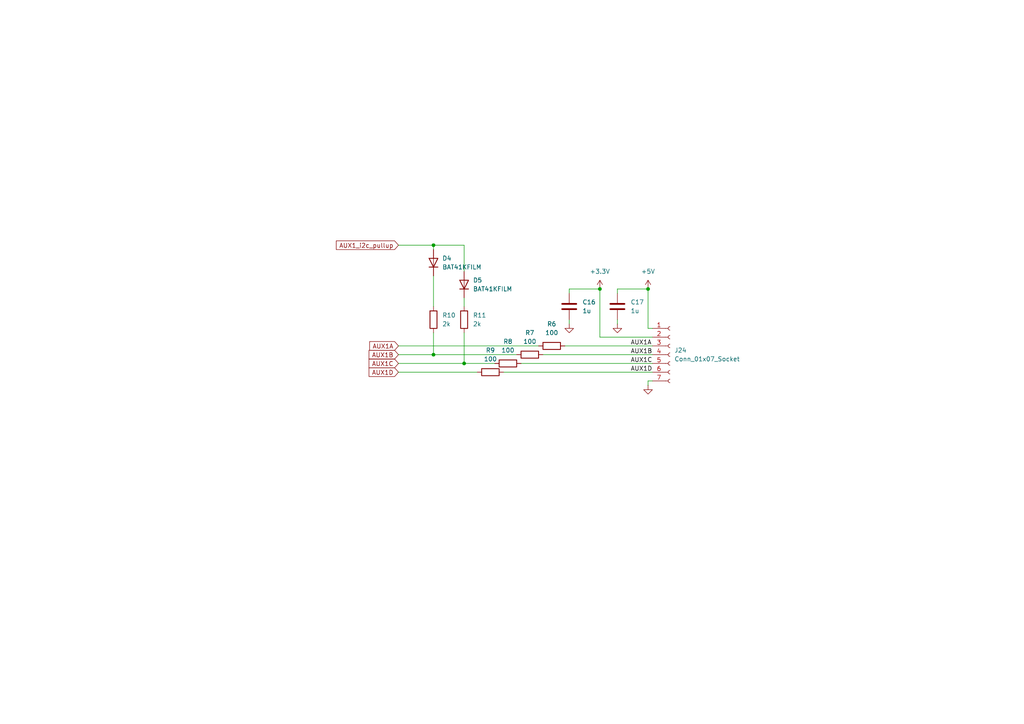
<source format=kicad_sch>
(kicad_sch
	(version 20231120)
	(generator "eeschema")
	(generator_version "8.0")
	(uuid "cd74a75e-81fb-4132-9746-a35cb374aabd")
	(paper "A4")
	(lib_symbols
		(symbol "Connector:Conn_01x07_Socket"
			(pin_names
				(offset 1.016) hide)
			(exclude_from_sim no)
			(in_bom yes)
			(on_board yes)
			(property "Reference" "J"
				(at 0 10.16 0)
				(effects
					(font
						(size 1.27 1.27)
					)
				)
			)
			(property "Value" "Conn_01x07_Socket"
				(at 0 -10.16 0)
				(effects
					(font
						(size 1.27 1.27)
					)
				)
			)
			(property "Footprint" ""
				(at 0 0 0)
				(effects
					(font
						(size 1.27 1.27)
					)
					(hide yes)
				)
			)
			(property "Datasheet" "~"
				(at 0 0 0)
				(effects
					(font
						(size 1.27 1.27)
					)
					(hide yes)
				)
			)
			(property "Description" "Generic connector, single row, 01x07, script generated"
				(at 0 0 0)
				(effects
					(font
						(size 1.27 1.27)
					)
					(hide yes)
				)
			)
			(property "ki_locked" ""
				(at 0 0 0)
				(effects
					(font
						(size 1.27 1.27)
					)
				)
			)
			(property "ki_keywords" "connector"
				(at 0 0 0)
				(effects
					(font
						(size 1.27 1.27)
					)
					(hide yes)
				)
			)
			(property "ki_fp_filters" "Connector*:*_1x??_*"
				(at 0 0 0)
				(effects
					(font
						(size 1.27 1.27)
					)
					(hide yes)
				)
			)
			(symbol "Conn_01x07_Socket_1_1"
				(arc
					(start 0 -7.112)
					(mid -0.5058 -7.62)
					(end 0 -8.128)
					(stroke
						(width 0.1524)
						(type default)
					)
					(fill
						(type none)
					)
				)
				(arc
					(start 0 -4.572)
					(mid -0.5058 -5.08)
					(end 0 -5.588)
					(stroke
						(width 0.1524)
						(type default)
					)
					(fill
						(type none)
					)
				)
				(arc
					(start 0 -2.032)
					(mid -0.5058 -2.54)
					(end 0 -3.048)
					(stroke
						(width 0.1524)
						(type default)
					)
					(fill
						(type none)
					)
				)
				(polyline
					(pts
						(xy -1.27 -7.62) (xy -0.508 -7.62)
					)
					(stroke
						(width 0.1524)
						(type default)
					)
					(fill
						(type none)
					)
				)
				(polyline
					(pts
						(xy -1.27 -5.08) (xy -0.508 -5.08)
					)
					(stroke
						(width 0.1524)
						(type default)
					)
					(fill
						(type none)
					)
				)
				(polyline
					(pts
						(xy -1.27 -2.54) (xy -0.508 -2.54)
					)
					(stroke
						(width 0.1524)
						(type default)
					)
					(fill
						(type none)
					)
				)
				(polyline
					(pts
						(xy -1.27 0) (xy -0.508 0)
					)
					(stroke
						(width 0.1524)
						(type default)
					)
					(fill
						(type none)
					)
				)
				(polyline
					(pts
						(xy -1.27 2.54) (xy -0.508 2.54)
					)
					(stroke
						(width 0.1524)
						(type default)
					)
					(fill
						(type none)
					)
				)
				(polyline
					(pts
						(xy -1.27 5.08) (xy -0.508 5.08)
					)
					(stroke
						(width 0.1524)
						(type default)
					)
					(fill
						(type none)
					)
				)
				(polyline
					(pts
						(xy -1.27 7.62) (xy -0.508 7.62)
					)
					(stroke
						(width 0.1524)
						(type default)
					)
					(fill
						(type none)
					)
				)
				(arc
					(start 0 0.508)
					(mid -0.5058 0)
					(end 0 -0.508)
					(stroke
						(width 0.1524)
						(type default)
					)
					(fill
						(type none)
					)
				)
				(arc
					(start 0 3.048)
					(mid -0.5058 2.54)
					(end 0 2.032)
					(stroke
						(width 0.1524)
						(type default)
					)
					(fill
						(type none)
					)
				)
				(arc
					(start 0 5.588)
					(mid -0.5058 5.08)
					(end 0 4.572)
					(stroke
						(width 0.1524)
						(type default)
					)
					(fill
						(type none)
					)
				)
				(arc
					(start 0 8.128)
					(mid -0.5058 7.62)
					(end 0 7.112)
					(stroke
						(width 0.1524)
						(type default)
					)
					(fill
						(type none)
					)
				)
				(pin passive line
					(at -5.08 7.62 0)
					(length 3.81)
					(name "Pin_1"
						(effects
							(font
								(size 1.27 1.27)
							)
						)
					)
					(number "1"
						(effects
							(font
								(size 1.27 1.27)
							)
						)
					)
				)
				(pin passive line
					(at -5.08 5.08 0)
					(length 3.81)
					(name "Pin_2"
						(effects
							(font
								(size 1.27 1.27)
							)
						)
					)
					(number "2"
						(effects
							(font
								(size 1.27 1.27)
							)
						)
					)
				)
				(pin passive line
					(at -5.08 2.54 0)
					(length 3.81)
					(name "Pin_3"
						(effects
							(font
								(size 1.27 1.27)
							)
						)
					)
					(number "3"
						(effects
							(font
								(size 1.27 1.27)
							)
						)
					)
				)
				(pin passive line
					(at -5.08 0 0)
					(length 3.81)
					(name "Pin_4"
						(effects
							(font
								(size 1.27 1.27)
							)
						)
					)
					(number "4"
						(effects
							(font
								(size 1.27 1.27)
							)
						)
					)
				)
				(pin passive line
					(at -5.08 -2.54 0)
					(length 3.81)
					(name "Pin_5"
						(effects
							(font
								(size 1.27 1.27)
							)
						)
					)
					(number "5"
						(effects
							(font
								(size 1.27 1.27)
							)
						)
					)
				)
				(pin passive line
					(at -5.08 -5.08 0)
					(length 3.81)
					(name "Pin_6"
						(effects
							(font
								(size 1.27 1.27)
							)
						)
					)
					(number "6"
						(effects
							(font
								(size 1.27 1.27)
							)
						)
					)
				)
				(pin passive line
					(at -5.08 -7.62 0)
					(length 3.81)
					(name "Pin_7"
						(effects
							(font
								(size 1.27 1.27)
							)
						)
					)
					(number "7"
						(effects
							(font
								(size 1.27 1.27)
							)
						)
					)
				)
			)
		)
		(symbol "Device:C"
			(pin_numbers hide)
			(pin_names
				(offset 0.254)
			)
			(exclude_from_sim no)
			(in_bom yes)
			(on_board yes)
			(property "Reference" "C"
				(at 0.635 2.54 0)
				(effects
					(font
						(size 1.27 1.27)
					)
					(justify left)
				)
			)
			(property "Value" "C"
				(at 0.635 -2.54 0)
				(effects
					(font
						(size 1.27 1.27)
					)
					(justify left)
				)
			)
			(property "Footprint" ""
				(at 0.9652 -3.81 0)
				(effects
					(font
						(size 1.27 1.27)
					)
					(hide yes)
				)
			)
			(property "Datasheet" "~"
				(at 0 0 0)
				(effects
					(font
						(size 1.27 1.27)
					)
					(hide yes)
				)
			)
			(property "Description" "Unpolarized capacitor"
				(at 0 0 0)
				(effects
					(font
						(size 1.27 1.27)
					)
					(hide yes)
				)
			)
			(property "ki_keywords" "cap capacitor"
				(at 0 0 0)
				(effects
					(font
						(size 1.27 1.27)
					)
					(hide yes)
				)
			)
			(property "ki_fp_filters" "C_*"
				(at 0 0 0)
				(effects
					(font
						(size 1.27 1.27)
					)
					(hide yes)
				)
			)
			(symbol "C_0_1"
				(polyline
					(pts
						(xy -2.032 -0.762) (xy 2.032 -0.762)
					)
					(stroke
						(width 0.508)
						(type default)
					)
					(fill
						(type none)
					)
				)
				(polyline
					(pts
						(xy -2.032 0.762) (xy 2.032 0.762)
					)
					(stroke
						(width 0.508)
						(type default)
					)
					(fill
						(type none)
					)
				)
			)
			(symbol "C_1_1"
				(pin passive line
					(at 0 3.81 270)
					(length 2.794)
					(name "~"
						(effects
							(font
								(size 1.27 1.27)
							)
						)
					)
					(number "1"
						(effects
							(font
								(size 1.27 1.27)
							)
						)
					)
				)
				(pin passive line
					(at 0 -3.81 90)
					(length 2.794)
					(name "~"
						(effects
							(font
								(size 1.27 1.27)
							)
						)
					)
					(number "2"
						(effects
							(font
								(size 1.27 1.27)
							)
						)
					)
				)
			)
		)
		(symbol "Device:D"
			(pin_numbers hide)
			(pin_names
				(offset 1.016) hide)
			(exclude_from_sim no)
			(in_bom yes)
			(on_board yes)
			(property "Reference" "D"
				(at 0 2.54 0)
				(effects
					(font
						(size 1.27 1.27)
					)
				)
			)
			(property "Value" "D"
				(at 0 -2.54 0)
				(effects
					(font
						(size 1.27 1.27)
					)
				)
			)
			(property "Footprint" ""
				(at 0 0 0)
				(effects
					(font
						(size 1.27 1.27)
					)
					(hide yes)
				)
			)
			(property "Datasheet" "~"
				(at 0 0 0)
				(effects
					(font
						(size 1.27 1.27)
					)
					(hide yes)
				)
			)
			(property "Description" "Diode"
				(at 0 0 0)
				(effects
					(font
						(size 1.27 1.27)
					)
					(hide yes)
				)
			)
			(property "Sim.Device" "D"
				(at 0 0 0)
				(effects
					(font
						(size 1.27 1.27)
					)
					(hide yes)
				)
			)
			(property "Sim.Pins" "1=K 2=A"
				(at 0 0 0)
				(effects
					(font
						(size 1.27 1.27)
					)
					(hide yes)
				)
			)
			(property "ki_keywords" "diode"
				(at 0 0 0)
				(effects
					(font
						(size 1.27 1.27)
					)
					(hide yes)
				)
			)
			(property "ki_fp_filters" "TO-???* *_Diode_* *SingleDiode* D_*"
				(at 0 0 0)
				(effects
					(font
						(size 1.27 1.27)
					)
					(hide yes)
				)
			)
			(symbol "D_0_1"
				(polyline
					(pts
						(xy -1.27 1.27) (xy -1.27 -1.27)
					)
					(stroke
						(width 0.254)
						(type default)
					)
					(fill
						(type none)
					)
				)
				(polyline
					(pts
						(xy 1.27 0) (xy -1.27 0)
					)
					(stroke
						(width 0)
						(type default)
					)
					(fill
						(type none)
					)
				)
				(polyline
					(pts
						(xy 1.27 1.27) (xy 1.27 -1.27) (xy -1.27 0) (xy 1.27 1.27)
					)
					(stroke
						(width 0.254)
						(type default)
					)
					(fill
						(type none)
					)
				)
			)
			(symbol "D_1_1"
				(pin passive line
					(at -3.81 0 0)
					(length 2.54)
					(name "K"
						(effects
							(font
								(size 1.27 1.27)
							)
						)
					)
					(number "1"
						(effects
							(font
								(size 1.27 1.27)
							)
						)
					)
				)
				(pin passive line
					(at 3.81 0 180)
					(length 2.54)
					(name "A"
						(effects
							(font
								(size 1.27 1.27)
							)
						)
					)
					(number "2"
						(effects
							(font
								(size 1.27 1.27)
							)
						)
					)
				)
			)
		)
		(symbol "Device:R"
			(pin_numbers hide)
			(pin_names
				(offset 0)
			)
			(exclude_from_sim no)
			(in_bom yes)
			(on_board yes)
			(property "Reference" "R"
				(at 2.032 0 90)
				(effects
					(font
						(size 1.27 1.27)
					)
				)
			)
			(property "Value" "R"
				(at 0 0 90)
				(effects
					(font
						(size 1.27 1.27)
					)
				)
			)
			(property "Footprint" ""
				(at -1.778 0 90)
				(effects
					(font
						(size 1.27 1.27)
					)
					(hide yes)
				)
			)
			(property "Datasheet" "~"
				(at 0 0 0)
				(effects
					(font
						(size 1.27 1.27)
					)
					(hide yes)
				)
			)
			(property "Description" "Resistor"
				(at 0 0 0)
				(effects
					(font
						(size 1.27 1.27)
					)
					(hide yes)
				)
			)
			(property "ki_keywords" "R res resistor"
				(at 0 0 0)
				(effects
					(font
						(size 1.27 1.27)
					)
					(hide yes)
				)
			)
			(property "ki_fp_filters" "R_*"
				(at 0 0 0)
				(effects
					(font
						(size 1.27 1.27)
					)
					(hide yes)
				)
			)
			(symbol "R_0_1"
				(rectangle
					(start -1.016 -2.54)
					(end 1.016 2.54)
					(stroke
						(width 0.254)
						(type default)
					)
					(fill
						(type none)
					)
				)
			)
			(symbol "R_1_1"
				(pin passive line
					(at 0 3.81 270)
					(length 1.27)
					(name "~"
						(effects
							(font
								(size 1.27 1.27)
							)
						)
					)
					(number "1"
						(effects
							(font
								(size 1.27 1.27)
							)
						)
					)
				)
				(pin passive line
					(at 0 -3.81 90)
					(length 1.27)
					(name "~"
						(effects
							(font
								(size 1.27 1.27)
							)
						)
					)
					(number "2"
						(effects
							(font
								(size 1.27 1.27)
							)
						)
					)
				)
			)
		)
		(symbol "power:+3.3V"
			(power)
			(pin_numbers hide)
			(pin_names
				(offset 0) hide)
			(exclude_from_sim no)
			(in_bom yes)
			(on_board yes)
			(property "Reference" "#PWR"
				(at 0 -3.81 0)
				(effects
					(font
						(size 1.27 1.27)
					)
					(hide yes)
				)
			)
			(property "Value" "+3.3V"
				(at 0 3.556 0)
				(effects
					(font
						(size 1.27 1.27)
					)
				)
			)
			(property "Footprint" ""
				(at 0 0 0)
				(effects
					(font
						(size 1.27 1.27)
					)
					(hide yes)
				)
			)
			(property "Datasheet" ""
				(at 0 0 0)
				(effects
					(font
						(size 1.27 1.27)
					)
					(hide yes)
				)
			)
			(property "Description" "Power symbol creates a global label with name \"+3.3V\""
				(at 0 0 0)
				(effects
					(font
						(size 1.27 1.27)
					)
					(hide yes)
				)
			)
			(property "ki_keywords" "global power"
				(at 0 0 0)
				(effects
					(font
						(size 1.27 1.27)
					)
					(hide yes)
				)
			)
			(symbol "+3.3V_0_1"
				(polyline
					(pts
						(xy -0.762 1.27) (xy 0 2.54)
					)
					(stroke
						(width 0)
						(type default)
					)
					(fill
						(type none)
					)
				)
				(polyline
					(pts
						(xy 0 0) (xy 0 2.54)
					)
					(stroke
						(width 0)
						(type default)
					)
					(fill
						(type none)
					)
				)
				(polyline
					(pts
						(xy 0 2.54) (xy 0.762 1.27)
					)
					(stroke
						(width 0)
						(type default)
					)
					(fill
						(type none)
					)
				)
			)
			(symbol "+3.3V_1_1"
				(pin power_in line
					(at 0 0 90)
					(length 0)
					(name "~"
						(effects
							(font
								(size 1.27 1.27)
							)
						)
					)
					(number "1"
						(effects
							(font
								(size 1.27 1.27)
							)
						)
					)
				)
			)
		)
		(symbol "power:+5V"
			(power)
			(pin_numbers hide)
			(pin_names
				(offset 0) hide)
			(exclude_from_sim no)
			(in_bom yes)
			(on_board yes)
			(property "Reference" "#PWR"
				(at 0 -3.81 0)
				(effects
					(font
						(size 1.27 1.27)
					)
					(hide yes)
				)
			)
			(property "Value" "+5V"
				(at 0 3.556 0)
				(effects
					(font
						(size 1.27 1.27)
					)
				)
			)
			(property "Footprint" ""
				(at 0 0 0)
				(effects
					(font
						(size 1.27 1.27)
					)
					(hide yes)
				)
			)
			(property "Datasheet" ""
				(at 0 0 0)
				(effects
					(font
						(size 1.27 1.27)
					)
					(hide yes)
				)
			)
			(property "Description" "Power symbol creates a global label with name \"+5V\""
				(at 0 0 0)
				(effects
					(font
						(size 1.27 1.27)
					)
					(hide yes)
				)
			)
			(property "ki_keywords" "global power"
				(at 0 0 0)
				(effects
					(font
						(size 1.27 1.27)
					)
					(hide yes)
				)
			)
			(symbol "+5V_0_1"
				(polyline
					(pts
						(xy -0.762 1.27) (xy 0 2.54)
					)
					(stroke
						(width 0)
						(type default)
					)
					(fill
						(type none)
					)
				)
				(polyline
					(pts
						(xy 0 0) (xy 0 2.54)
					)
					(stroke
						(width 0)
						(type default)
					)
					(fill
						(type none)
					)
				)
				(polyline
					(pts
						(xy 0 2.54) (xy 0.762 1.27)
					)
					(stroke
						(width 0)
						(type default)
					)
					(fill
						(type none)
					)
				)
			)
			(symbol "+5V_1_1"
				(pin power_in line
					(at 0 0 90)
					(length 0)
					(name "~"
						(effects
							(font
								(size 1.27 1.27)
							)
						)
					)
					(number "1"
						(effects
							(font
								(size 1.27 1.27)
							)
						)
					)
				)
			)
		)
		(symbol "power:GND"
			(power)
			(pin_numbers hide)
			(pin_names
				(offset 0) hide)
			(exclude_from_sim no)
			(in_bom yes)
			(on_board yes)
			(property "Reference" "#PWR"
				(at 0 -6.35 0)
				(effects
					(font
						(size 1.27 1.27)
					)
					(hide yes)
				)
			)
			(property "Value" "GND"
				(at 0 -3.81 0)
				(effects
					(font
						(size 1.27 1.27)
					)
				)
			)
			(property "Footprint" ""
				(at 0 0 0)
				(effects
					(font
						(size 1.27 1.27)
					)
					(hide yes)
				)
			)
			(property "Datasheet" ""
				(at 0 0 0)
				(effects
					(font
						(size 1.27 1.27)
					)
					(hide yes)
				)
			)
			(property "Description" "Power symbol creates a global label with name \"GND\" , ground"
				(at 0 0 0)
				(effects
					(font
						(size 1.27 1.27)
					)
					(hide yes)
				)
			)
			(property "ki_keywords" "global power"
				(at 0 0 0)
				(effects
					(font
						(size 1.27 1.27)
					)
					(hide yes)
				)
			)
			(symbol "GND_0_1"
				(polyline
					(pts
						(xy 0 0) (xy 0 -1.27) (xy 1.27 -1.27) (xy 0 -2.54) (xy -1.27 -1.27) (xy 0 -1.27)
					)
					(stroke
						(width 0)
						(type default)
					)
					(fill
						(type none)
					)
				)
			)
			(symbol "GND_1_1"
				(pin power_in line
					(at 0 0 270)
					(length 0)
					(name "~"
						(effects
							(font
								(size 1.27 1.27)
							)
						)
					)
					(number "1"
						(effects
							(font
								(size 1.27 1.27)
							)
						)
					)
				)
			)
		)
	)
	(junction
		(at 125.73 102.87)
		(diameter 0)
		(color 0 0 0 0)
		(uuid "4ebd10a6-c935-42c5-98b5-4ddcb0309e81")
	)
	(junction
		(at 187.96 83.82)
		(diameter 0)
		(color 0 0 0 0)
		(uuid "8ca70541-8104-45f0-850b-84a491479cc2")
	)
	(junction
		(at 125.73 71.12)
		(diameter 0)
		(color 0 0 0 0)
		(uuid "b2c8d10a-7e33-4513-b40c-19ce773552f0")
	)
	(junction
		(at 134.62 105.41)
		(diameter 0)
		(color 0 0 0 0)
		(uuid "c911e6ad-d4a6-42c8-9ff0-4066429c1ac5")
	)
	(junction
		(at 173.99 83.82)
		(diameter 0)
		(color 0 0 0 0)
		(uuid "f22fe165-5e8e-4afc-a9a7-6fa195a91c76")
	)
	(wire
		(pts
			(xy 163.83 100.33) (xy 189.23 100.33)
		)
		(stroke
			(width 0)
			(type default)
		)
		(uuid "0f0f1ce9-5e89-4c48-96a3-f6e911056185")
	)
	(wire
		(pts
			(xy 115.57 107.95) (xy 138.43 107.95)
		)
		(stroke
			(width 0)
			(type default)
		)
		(uuid "1341f477-4f37-42d3-8ad7-b87684e279af")
	)
	(wire
		(pts
			(xy 125.73 96.52) (xy 125.73 102.87)
		)
		(stroke
			(width 0)
			(type default)
		)
		(uuid "27d74883-06c4-42bd-82ff-7a5c65fe8d1c")
	)
	(wire
		(pts
			(xy 165.1 85.09) (xy 165.1 83.82)
		)
		(stroke
			(width 0)
			(type default)
		)
		(uuid "29422313-ee6b-41d3-9a41-1c79f14b78c2")
	)
	(wire
		(pts
			(xy 189.23 95.25) (xy 187.96 95.25)
		)
		(stroke
			(width 0)
			(type default)
		)
		(uuid "31751141-a8b6-436a-bff0-97a944510818")
	)
	(wire
		(pts
			(xy 157.48 102.87) (xy 189.23 102.87)
		)
		(stroke
			(width 0)
			(type default)
		)
		(uuid "367b17b0-7c6e-46f3-bb0d-a18f33c26413")
	)
	(wire
		(pts
			(xy 115.57 102.87) (xy 125.73 102.87)
		)
		(stroke
			(width 0)
			(type default)
		)
		(uuid "3683fa80-5000-4b64-b2a2-215373572348")
	)
	(wire
		(pts
			(xy 187.96 95.25) (xy 187.96 83.82)
		)
		(stroke
			(width 0)
			(type default)
		)
		(uuid "3f64d887-2e8a-4ef7-8159-40ee1b63c3de")
	)
	(wire
		(pts
			(xy 125.73 80.01) (xy 125.73 88.9)
		)
		(stroke
			(width 0)
			(type default)
		)
		(uuid "4ce2e29f-705d-4e3f-b095-d74c6285131a")
	)
	(wire
		(pts
			(xy 189.23 97.79) (xy 173.99 97.79)
		)
		(stroke
			(width 0)
			(type default)
		)
		(uuid "5499e382-2df7-410e-b1f1-f1feaa0e53c7")
	)
	(wire
		(pts
			(xy 115.57 71.12) (xy 125.73 71.12)
		)
		(stroke
			(width 0)
			(type default)
		)
		(uuid "5ab75f0b-e784-4674-a138-b382a3a0ee9f")
	)
	(wire
		(pts
			(xy 173.99 97.79) (xy 173.99 83.82)
		)
		(stroke
			(width 0)
			(type default)
		)
		(uuid "5c535e80-f6a6-46e8-8df7-58f47d4e97d1")
	)
	(wire
		(pts
			(xy 134.62 96.52) (xy 134.62 105.41)
		)
		(stroke
			(width 0)
			(type default)
		)
		(uuid "61f4a631-221e-46f1-b8e8-8558bc581eb9")
	)
	(wire
		(pts
			(xy 134.62 78.74) (xy 134.62 71.12)
		)
		(stroke
			(width 0)
			(type default)
		)
		(uuid "76c07e07-dca6-4cb6-9a9b-ab7357894462")
	)
	(wire
		(pts
			(xy 165.1 83.82) (xy 173.99 83.82)
		)
		(stroke
			(width 0)
			(type default)
		)
		(uuid "8fd2f606-fc72-4f3c-9dde-0a10e4b7d3cd")
	)
	(wire
		(pts
			(xy 115.57 105.41) (xy 134.62 105.41)
		)
		(stroke
			(width 0)
			(type default)
		)
		(uuid "906f3545-3588-4a45-b67d-d3f5935ae6fa")
	)
	(wire
		(pts
			(xy 179.07 92.71) (xy 179.07 93.98)
		)
		(stroke
			(width 0)
			(type default)
		)
		(uuid "9117c1e0-fb1f-4828-b46e-2a66809e5ab7")
	)
	(wire
		(pts
			(xy 179.07 85.09) (xy 179.07 83.82)
		)
		(stroke
			(width 0)
			(type default)
		)
		(uuid "963ad5d2-d93e-4978-a317-7e6792ed2d79")
	)
	(wire
		(pts
			(xy 187.96 110.49) (xy 189.23 110.49)
		)
		(stroke
			(width 0)
			(type default)
		)
		(uuid "9935ecce-9478-4f22-aa33-c7174878efc5")
	)
	(wire
		(pts
			(xy 115.57 100.33) (xy 156.21 100.33)
		)
		(stroke
			(width 0)
			(type default)
		)
		(uuid "a6318517-64c6-493e-8e52-dbeed3f53521")
	)
	(wire
		(pts
			(xy 187.96 111.76) (xy 187.96 110.49)
		)
		(stroke
			(width 0)
			(type default)
		)
		(uuid "ae11a214-faff-4754-8845-6a51d9f1e1a5")
	)
	(wire
		(pts
			(xy 179.07 83.82) (xy 187.96 83.82)
		)
		(stroke
			(width 0)
			(type default)
		)
		(uuid "b1e72d12-b76d-46d9-8940-088ba67f83a6")
	)
	(wire
		(pts
			(xy 134.62 71.12) (xy 125.73 71.12)
		)
		(stroke
			(width 0)
			(type default)
		)
		(uuid "b90fdf41-7901-418e-af3f-1577e85aaeaf")
	)
	(wire
		(pts
			(xy 134.62 86.36) (xy 134.62 88.9)
		)
		(stroke
			(width 0)
			(type default)
		)
		(uuid "ba78ad7c-6578-4950-8acb-da0a9b0dd346")
	)
	(wire
		(pts
			(xy 151.13 105.41) (xy 189.23 105.41)
		)
		(stroke
			(width 0)
			(type default)
		)
		(uuid "ca309cb1-2062-4a44-bdea-4c993c4ccd46")
	)
	(wire
		(pts
			(xy 125.73 102.87) (xy 149.86 102.87)
		)
		(stroke
			(width 0)
			(type default)
		)
		(uuid "dc3ec581-4bbc-4dea-a6ff-acbb116e8d21")
	)
	(wire
		(pts
			(xy 125.73 71.12) (xy 125.73 72.39)
		)
		(stroke
			(width 0)
			(type default)
		)
		(uuid "e0e9f907-a33d-4dd4-b3a9-15a73a09d84f")
	)
	(wire
		(pts
			(xy 165.1 92.71) (xy 165.1 93.98)
		)
		(stroke
			(width 0)
			(type default)
		)
		(uuid "e730b9c4-a3a8-41d5-a3b4-c43cb1cd3152")
	)
	(wire
		(pts
			(xy 134.62 105.41) (xy 143.51 105.41)
		)
		(stroke
			(width 0)
			(type default)
		)
		(uuid "e7cbfc40-d5a4-4d83-b18b-5d709e0d5b96")
	)
	(wire
		(pts
			(xy 146.05 107.95) (xy 189.23 107.95)
		)
		(stroke
			(width 0)
			(type default)
		)
		(uuid "f80e6ef1-a662-43b4-82ad-8ae08e16c7c4")
	)
	(label "AUX1B"
		(at 182.88 102.87 0)
		(fields_autoplaced yes)
		(effects
			(font
				(size 1.27 1.27)
			)
			(justify left bottom)
		)
		(uuid "00823e68-7a30-4bbe-9cd3-602ba7bb02e1")
	)
	(label "AUX1A"
		(at 182.88 100.33 0)
		(fields_autoplaced yes)
		(effects
			(font
				(size 1.27 1.27)
			)
			(justify left bottom)
		)
		(uuid "2f4bfe59-e9e9-461b-a3b0-c6e633d66e43")
	)
	(label "AUX1D"
		(at 182.88 107.95 0)
		(fields_autoplaced yes)
		(effects
			(font
				(size 1.27 1.27)
			)
			(justify left bottom)
		)
		(uuid "9c51f955-d754-4dc3-b7c0-f27e30a670bc")
	)
	(label "AUX1C"
		(at 182.88 105.41 0)
		(fields_autoplaced yes)
		(effects
			(font
				(size 1.27 1.27)
			)
			(justify left bottom)
		)
		(uuid "c030ea31-a68c-4c48-b3e1-c91982d34817")
	)
	(global_label "AUX1C"
		(shape input)
		(at 115.57 105.41 180)
		(fields_autoplaced yes)
		(effects
			(font
				(size 1.27 1.27)
			)
			(justify right)
		)
		(uuid "30e7bac2-1541-40f3-9fd3-53b5f427dfb6")
		(property "Intersheetrefs" "${INTERSHEET_REFS}"
			(at 106.4767 105.41 0)
			(effects
				(font
					(size 1.27 1.27)
				)
				(justify right)
				(hide yes)
			)
		)
	)
	(global_label "AUX1B"
		(shape input)
		(at 115.57 102.87 180)
		(fields_autoplaced yes)
		(effects
			(font
				(size 1.27 1.27)
			)
			(justify right)
		)
		(uuid "89091377-698e-4f1a-8f96-7e93be1644a6")
		(property "Intersheetrefs" "${INTERSHEET_REFS}"
			(at 106.4767 102.87 0)
			(effects
				(font
					(size 1.27 1.27)
				)
				(justify right)
				(hide yes)
			)
		)
	)
	(global_label "AUX1A"
		(shape input)
		(at 115.57 100.33 180)
		(fields_autoplaced yes)
		(effects
			(font
				(size 1.27 1.27)
			)
			(justify right)
		)
		(uuid "a3ba0154-083a-4ea4-b8e4-012f10bf9a4c")
		(property "Intersheetrefs" "${INTERSHEET_REFS}"
			(at 106.6581 100.33 0)
			(effects
				(font
					(size 1.27 1.27)
				)
				(justify right)
				(hide yes)
			)
		)
	)
	(global_label "AUX1D"
		(shape input)
		(at 115.57 107.95 180)
		(fields_autoplaced yes)
		(effects
			(font
				(size 1.27 1.27)
			)
			(justify right)
		)
		(uuid "bafbd9ea-fc17-4b2e-bb41-30383164f145")
		(property "Intersheetrefs" "${INTERSHEET_REFS}"
			(at 106.4767 107.95 0)
			(effects
				(font
					(size 1.27 1.27)
				)
				(justify right)
				(hide yes)
			)
		)
	)
	(global_label "AUX1_i2c_pullup"
		(shape input)
		(at 115.57 71.12 180)
		(fields_autoplaced yes)
		(effects
			(font
				(size 1.27 1.27)
			)
			(justify right)
		)
		(uuid "f003bb6d-f49a-437b-ba65-71cc5d0456bf")
		(property "Intersheetrefs" "${INTERSHEET_REFS}"
			(at 96.9822 71.12 0)
			(effects
				(font
					(size 1.27 1.27)
				)
				(justify right)
				(hide yes)
			)
		)
	)
	(symbol
		(lib_id "Device:R")
		(at 160.02 100.33 90)
		(unit 1)
		(exclude_from_sim no)
		(in_bom yes)
		(on_board yes)
		(dnp no)
		(fields_autoplaced yes)
		(uuid "1b487f66-54b3-4333-b6d5-376e75a40726")
		(property "Reference" "R6"
			(at 160.02 93.98 90)
			(effects
				(font
					(size 1.27 1.27)
				)
			)
		)
		(property "Value" "100"
			(at 160.02 96.52 90)
			(effects
				(font
					(size 1.27 1.27)
				)
			)
		)
		(property "Footprint" "Resistor_SMD:R_0402_1005Metric"
			(at 160.02 102.108 90)
			(effects
				(font
					(size 1.27 1.27)
				)
				(hide yes)
			)
		)
		(property "Datasheet" "~"
			(at 160.02 100.33 0)
			(effects
				(font
					(size 1.27 1.27)
				)
				(hide yes)
			)
		)
		(property "Description" "Resistor"
			(at 160.02 100.33 0)
			(effects
				(font
					(size 1.27 1.27)
				)
				(hide yes)
			)
		)
		(pin "1"
			(uuid "2abe3228-538c-4669-bf34-214d041a9609")
		)
		(pin "2"
			(uuid "040e5cc9-0825-4366-aa89-26dc702c340e")
		)
		(instances
			(project ""
				(path "/e8380e09-dbfb-452d-aae9-f4ebc3c118cf/ed5b4748-81f6-4120-bb33-86058cc3c8b7"
					(reference "R6")
					(unit 1)
				)
			)
		)
	)
	(symbol
		(lib_id "power:+3.3V")
		(at 173.99 83.82 0)
		(unit 1)
		(exclude_from_sim no)
		(in_bom yes)
		(on_board yes)
		(dnp no)
		(fields_autoplaced yes)
		(uuid "2fbdedca-85a5-421e-a89e-46641653792b")
		(property "Reference" "#PWR089"
			(at 173.99 87.63 0)
			(effects
				(font
					(size 1.27 1.27)
				)
				(hide yes)
			)
		)
		(property "Value" "+3.3V"
			(at 173.99 78.74 0)
			(effects
				(font
					(size 1.27 1.27)
				)
			)
		)
		(property "Footprint" ""
			(at 173.99 83.82 0)
			(effects
				(font
					(size 1.27 1.27)
				)
				(hide yes)
			)
		)
		(property "Datasheet" ""
			(at 173.99 83.82 0)
			(effects
				(font
					(size 1.27 1.27)
				)
				(hide yes)
			)
		)
		(property "Description" "Power symbol creates a global label with name \"+3.3V\""
			(at 173.99 83.82 0)
			(effects
				(font
					(size 1.27 1.27)
				)
				(hide yes)
			)
		)
		(pin "1"
			(uuid "243a5eed-ca44-4b3e-bd8e-d21438f9123f")
		)
		(instances
			(project ""
				(path "/e8380e09-dbfb-452d-aae9-f4ebc3c118cf/ed5b4748-81f6-4120-bb33-86058cc3c8b7"
					(reference "#PWR089")
					(unit 1)
				)
			)
		)
	)
	(symbol
		(lib_id "power:GND")
		(at 165.1 93.98 0)
		(unit 1)
		(exclude_from_sim no)
		(in_bom yes)
		(on_board yes)
		(dnp no)
		(fields_autoplaced yes)
		(uuid "4377f112-f32a-45bb-ab32-cec79d10055b")
		(property "Reference" "#PWR090"
			(at 165.1 100.33 0)
			(effects
				(font
					(size 1.27 1.27)
				)
				(hide yes)
			)
		)
		(property "Value" "GND"
			(at 165.1 99.06 0)
			(effects
				(font
					(size 1.27 1.27)
				)
				(hide yes)
			)
		)
		(property "Footprint" ""
			(at 165.1 93.98 0)
			(effects
				(font
					(size 1.27 1.27)
				)
				(hide yes)
			)
		)
		(property "Datasheet" ""
			(at 165.1 93.98 0)
			(effects
				(font
					(size 1.27 1.27)
				)
				(hide yes)
			)
		)
		(property "Description" "Power symbol creates a global label with name \"GND\" , ground"
			(at 165.1 93.98 0)
			(effects
				(font
					(size 1.27 1.27)
				)
				(hide yes)
			)
		)
		(pin "1"
			(uuid "5c4c9e16-69e0-4a8d-8d2c-61319aeb2bd3")
		)
		(instances
			(project ""
				(path "/e8380e09-dbfb-452d-aae9-f4ebc3c118cf/ed5b4748-81f6-4120-bb33-86058cc3c8b7"
					(reference "#PWR090")
					(unit 1)
				)
			)
		)
	)
	(symbol
		(lib_id "power:+5V")
		(at 187.96 83.82 0)
		(unit 1)
		(exclude_from_sim no)
		(in_bom yes)
		(on_board yes)
		(dnp no)
		(fields_autoplaced yes)
		(uuid "456bc6ac-866f-45ac-b70e-288eea1c7252")
		(property "Reference" "#PWR088"
			(at 187.96 87.63 0)
			(effects
				(font
					(size 1.27 1.27)
				)
				(hide yes)
			)
		)
		(property "Value" "+5V"
			(at 187.96 78.74 0)
			(effects
				(font
					(size 1.27 1.27)
				)
			)
		)
		(property "Footprint" ""
			(at 187.96 83.82 0)
			(effects
				(font
					(size 1.27 1.27)
				)
				(hide yes)
			)
		)
		(property "Datasheet" ""
			(at 187.96 83.82 0)
			(effects
				(font
					(size 1.27 1.27)
				)
				(hide yes)
			)
		)
		(property "Description" "Power symbol creates a global label with name \"+5V\""
			(at 187.96 83.82 0)
			(effects
				(font
					(size 1.27 1.27)
				)
				(hide yes)
			)
		)
		(pin "1"
			(uuid "904cc9b2-af69-4969-9a06-29f1a704d02d")
		)
		(instances
			(project ""
				(path "/e8380e09-dbfb-452d-aae9-f4ebc3c118cf/ed5b4748-81f6-4120-bb33-86058cc3c8b7"
					(reference "#PWR088")
					(unit 1)
				)
			)
		)
	)
	(symbol
		(lib_id "Device:R")
		(at 125.73 92.71 180)
		(unit 1)
		(exclude_from_sim no)
		(in_bom yes)
		(on_board yes)
		(dnp no)
		(fields_autoplaced yes)
		(uuid "56b30f6a-36db-404c-b99e-2f8effe545e5")
		(property "Reference" "R10"
			(at 128.27 91.4399 0)
			(effects
				(font
					(size 1.27 1.27)
				)
				(justify right)
			)
		)
		(property "Value" "2k"
			(at 128.27 93.9799 0)
			(effects
				(font
					(size 1.27 1.27)
				)
				(justify right)
			)
		)
		(property "Footprint" "Resistor_SMD:R_0402_1005Metric"
			(at 127.508 92.71 90)
			(effects
				(font
					(size 1.27 1.27)
				)
				(hide yes)
			)
		)
		(property "Datasheet" "~"
			(at 125.73 92.71 0)
			(effects
				(font
					(size 1.27 1.27)
				)
				(hide yes)
			)
		)
		(property "Description" "Resistor"
			(at 125.73 92.71 0)
			(effects
				(font
					(size 1.27 1.27)
				)
				(hide yes)
			)
		)
		(pin "1"
			(uuid "b6007257-b69c-4ffc-bc8c-c1d3387637cb")
		)
		(pin "2"
			(uuid "0859beee-9384-4cd0-a0c0-f354c5949898")
		)
		(instances
			(project "V1.03"
				(path "/e8380e09-dbfb-452d-aae9-f4ebc3c118cf/ed5b4748-81f6-4120-bb33-86058cc3c8b7"
					(reference "R10")
					(unit 1)
				)
			)
		)
	)
	(symbol
		(lib_id "Device:C")
		(at 165.1 88.9 0)
		(unit 1)
		(exclude_from_sim no)
		(in_bom yes)
		(on_board yes)
		(dnp no)
		(fields_autoplaced yes)
		(uuid "6081e1ee-bc0e-46f6-bddf-39564e2ceb49")
		(property "Reference" "C16"
			(at 168.91 87.6299 0)
			(effects
				(font
					(size 1.27 1.27)
				)
				(justify left)
			)
		)
		(property "Value" "1u"
			(at 168.91 90.1699 0)
			(effects
				(font
					(size 1.27 1.27)
				)
				(justify left)
			)
		)
		(property "Footprint" "Capacitor_SMD:C_0402_1005Metric"
			(at 166.0652 92.71 0)
			(effects
				(font
					(size 1.27 1.27)
				)
				(hide yes)
			)
		)
		(property "Datasheet" "~"
			(at 165.1 88.9 0)
			(effects
				(font
					(size 1.27 1.27)
				)
				(hide yes)
			)
		)
		(property "Description" "Unpolarized capacitor"
			(at 165.1 88.9 0)
			(effects
				(font
					(size 1.27 1.27)
				)
				(hide yes)
			)
		)
		(pin "1"
			(uuid "e0ffb279-73c2-435f-9da6-97381b39feb8")
		)
		(pin "2"
			(uuid "5774383b-928c-49bf-89c7-36b42161ad6a")
		)
		(instances
			(project ""
				(path "/e8380e09-dbfb-452d-aae9-f4ebc3c118cf/ed5b4748-81f6-4120-bb33-86058cc3c8b7"
					(reference "C16")
					(unit 1)
				)
			)
		)
	)
	(symbol
		(lib_id "Device:D")
		(at 125.73 76.2 90)
		(unit 1)
		(exclude_from_sim no)
		(in_bom yes)
		(on_board yes)
		(dnp no)
		(fields_autoplaced yes)
		(uuid "6ca468f3-faba-405a-bac7-144859b8216f")
		(property "Reference" "D4"
			(at 128.27 74.9299 90)
			(effects
				(font
					(size 1.27 1.27)
				)
				(justify right)
			)
		)
		(property "Value" "BAT41KFILM"
			(at 128.27 77.4699 90)
			(effects
				(font
					(size 1.27 1.27)
				)
				(justify right)
			)
		)
		(property "Footprint" "Diode_SMD:D_SOD-523"
			(at 125.73 76.2 0)
			(effects
				(font
					(size 1.27 1.27)
				)
				(hide yes)
			)
		)
		(property "Datasheet" "~"
			(at 125.73 76.2 0)
			(effects
				(font
					(size 1.27 1.27)
				)
				(hide yes)
			)
		)
		(property "Description" "Diode"
			(at 125.73 76.2 0)
			(effects
				(font
					(size 1.27 1.27)
				)
				(hide yes)
			)
		)
		(property "Sim.Device" "D"
			(at 125.73 76.2 0)
			(effects
				(font
					(size 1.27 1.27)
				)
				(hide yes)
			)
		)
		(property "Sim.Pins" "1=K 2=A"
			(at 125.73 76.2 0)
			(effects
				(font
					(size 1.27 1.27)
				)
				(hide yes)
			)
		)
		(pin "2"
			(uuid "bb9402fa-3efa-477f-a0ac-26feac694d64")
		)
		(pin "1"
			(uuid "0fda095c-b066-4879-a72b-0b9ca7351616")
		)
		(instances
			(project ""
				(path "/e8380e09-dbfb-452d-aae9-f4ebc3c118cf/ed5b4748-81f6-4120-bb33-86058cc3c8b7"
					(reference "D4")
					(unit 1)
				)
			)
		)
	)
	(symbol
		(lib_id "Device:C")
		(at 179.07 88.9 0)
		(unit 1)
		(exclude_from_sim no)
		(in_bom yes)
		(on_board yes)
		(dnp no)
		(fields_autoplaced yes)
		(uuid "713eac20-4840-4912-96aa-036d72d34395")
		(property "Reference" "C17"
			(at 182.88 87.6299 0)
			(effects
				(font
					(size 1.27 1.27)
				)
				(justify left)
			)
		)
		(property "Value" "1u"
			(at 182.88 90.1699 0)
			(effects
				(font
					(size 1.27 1.27)
				)
				(justify left)
			)
		)
		(property "Footprint" "Capacitor_SMD:C_0402_1005Metric"
			(at 180.0352 92.71 0)
			(effects
				(font
					(size 1.27 1.27)
				)
				(hide yes)
			)
		)
		(property "Datasheet" "~"
			(at 179.07 88.9 0)
			(effects
				(font
					(size 1.27 1.27)
				)
				(hide yes)
			)
		)
		(property "Description" "Unpolarized capacitor"
			(at 179.07 88.9 0)
			(effects
				(font
					(size 1.27 1.27)
				)
				(hide yes)
			)
		)
		(pin "1"
			(uuid "0b570837-862a-436d-8595-8528d965d545")
		)
		(pin "2"
			(uuid "042270da-64e3-40bd-b713-8c6ac82557f1")
		)
		(instances
			(project "V1.03"
				(path "/e8380e09-dbfb-452d-aae9-f4ebc3c118cf/ed5b4748-81f6-4120-bb33-86058cc3c8b7"
					(reference "C17")
					(unit 1)
				)
			)
		)
	)
	(symbol
		(lib_id "power:GND")
		(at 179.07 93.98 0)
		(unit 1)
		(exclude_from_sim no)
		(in_bom yes)
		(on_board yes)
		(dnp no)
		(fields_autoplaced yes)
		(uuid "7ce705f8-5e77-4864-9767-72e9995563dc")
		(property "Reference" "#PWR091"
			(at 179.07 100.33 0)
			(effects
				(font
					(size 1.27 1.27)
				)
				(hide yes)
			)
		)
		(property "Value" "GND"
			(at 179.07 99.06 0)
			(effects
				(font
					(size 1.27 1.27)
				)
				(hide yes)
			)
		)
		(property "Footprint" ""
			(at 179.07 93.98 0)
			(effects
				(font
					(size 1.27 1.27)
				)
				(hide yes)
			)
		)
		(property "Datasheet" ""
			(at 179.07 93.98 0)
			(effects
				(font
					(size 1.27 1.27)
				)
				(hide yes)
			)
		)
		(property "Description" "Power symbol creates a global label with name \"GND\" , ground"
			(at 179.07 93.98 0)
			(effects
				(font
					(size 1.27 1.27)
				)
				(hide yes)
			)
		)
		(pin "1"
			(uuid "2e7e2021-ac38-4c82-8e8d-5f799ccb4dcf")
		)
		(instances
			(project "V1.03"
				(path "/e8380e09-dbfb-452d-aae9-f4ebc3c118cf/ed5b4748-81f6-4120-bb33-86058cc3c8b7"
					(reference "#PWR091")
					(unit 1)
				)
			)
		)
	)
	(symbol
		(lib_id "Device:R")
		(at 153.67 102.87 90)
		(unit 1)
		(exclude_from_sim no)
		(in_bom yes)
		(on_board yes)
		(dnp no)
		(fields_autoplaced yes)
		(uuid "9aa90a04-acbe-43af-967d-8418cddf6d0e")
		(property "Reference" "R7"
			(at 153.67 96.52 90)
			(effects
				(font
					(size 1.27 1.27)
				)
			)
		)
		(property "Value" "100"
			(at 153.67 99.06 90)
			(effects
				(font
					(size 1.27 1.27)
				)
			)
		)
		(property "Footprint" "Resistor_SMD:R_0402_1005Metric"
			(at 153.67 104.648 90)
			(effects
				(font
					(size 1.27 1.27)
				)
				(hide yes)
			)
		)
		(property "Datasheet" "~"
			(at 153.67 102.87 0)
			(effects
				(font
					(size 1.27 1.27)
				)
				(hide yes)
			)
		)
		(property "Description" "Resistor"
			(at 153.67 102.87 0)
			(effects
				(font
					(size 1.27 1.27)
				)
				(hide yes)
			)
		)
		(pin "1"
			(uuid "c1c723cc-e2da-445b-a054-f7fa8fc98d47")
		)
		(pin "2"
			(uuid "622a1919-27a9-4231-982f-d36922e95a0d")
		)
		(instances
			(project "V1.03"
				(path "/e8380e09-dbfb-452d-aae9-f4ebc3c118cf/ed5b4748-81f6-4120-bb33-86058cc3c8b7"
					(reference "R7")
					(unit 1)
				)
			)
		)
	)
	(symbol
		(lib_id "power:GND")
		(at 187.96 111.76 0)
		(unit 1)
		(exclude_from_sim no)
		(in_bom yes)
		(on_board yes)
		(dnp no)
		(fields_autoplaced yes)
		(uuid "a5de78cb-692f-45b7-b8cc-465920c6fca5")
		(property "Reference" "#PWR092"
			(at 187.96 118.11 0)
			(effects
				(font
					(size 1.27 1.27)
				)
				(hide yes)
			)
		)
		(property "Value" "GND"
			(at 187.96 116.84 0)
			(effects
				(font
					(size 1.27 1.27)
				)
				(hide yes)
			)
		)
		(property "Footprint" ""
			(at 187.96 111.76 0)
			(effects
				(font
					(size 1.27 1.27)
				)
				(hide yes)
			)
		)
		(property "Datasheet" ""
			(at 187.96 111.76 0)
			(effects
				(font
					(size 1.27 1.27)
				)
				(hide yes)
			)
		)
		(property "Description" "Power symbol creates a global label with name \"GND\" , ground"
			(at 187.96 111.76 0)
			(effects
				(font
					(size 1.27 1.27)
				)
				(hide yes)
			)
		)
		(pin "1"
			(uuid "8d38f76f-6837-4d9a-9769-740ec5d5b1c5")
		)
		(instances
			(project "V1.03"
				(path "/e8380e09-dbfb-452d-aae9-f4ebc3c118cf/ed5b4748-81f6-4120-bb33-86058cc3c8b7"
					(reference "#PWR092")
					(unit 1)
				)
			)
		)
	)
	(symbol
		(lib_id "Connector:Conn_01x07_Socket")
		(at 194.31 102.87 0)
		(unit 1)
		(exclude_from_sim no)
		(in_bom yes)
		(on_board yes)
		(dnp no)
		(fields_autoplaced yes)
		(uuid "a7f69047-1b0e-47bf-9108-e32efa46bc20")
		(property "Reference" "J24"
			(at 195.58 101.5999 0)
			(effects
				(font
					(size 1.27 1.27)
				)
				(justify left)
			)
		)
		(property "Value" "Conn_01x07_Socket"
			(at 195.58 104.1399 0)
			(effects
				(font
					(size 1.27 1.27)
				)
				(justify left)
			)
		)
		(property "Footprint" "Connector_JST:JST_GH_SM07B-GHS-TB_1x07-1MP_P1.25mm_Horizontal"
			(at 194.31 102.87 0)
			(effects
				(font
					(size 1.27 1.27)
				)
				(hide yes)
			)
		)
		(property "Datasheet" "~"
			(at 194.31 102.87 0)
			(effects
				(font
					(size 1.27 1.27)
				)
				(hide yes)
			)
		)
		(property "Description" "Generic connector, single row, 01x07, script generated"
			(at 194.31 102.87 0)
			(effects
				(font
					(size 1.27 1.27)
				)
				(hide yes)
			)
		)
		(pin "3"
			(uuid "83b3969d-7b75-402a-a213-ded1cb97dfdb")
		)
		(pin "6"
			(uuid "1e5b740d-37a0-4e02-ba15-24ed75a53296")
		)
		(pin "1"
			(uuid "b537b49d-0863-416e-9f49-7fb725321aaa")
		)
		(pin "5"
			(uuid "5ba8363a-1330-4ae1-9328-fb23c8efb2f5")
		)
		(pin "2"
			(uuid "774f7222-b664-4dc7-8e6f-e4665af977b3")
		)
		(pin "4"
			(uuid "b1e9f9b5-b671-4457-b718-3fd2ec04abfb")
		)
		(pin "7"
			(uuid "fa8f331a-b434-46d8-b43b-5b234ff0e65b")
		)
		(instances
			(project ""
				(path "/e8380e09-dbfb-452d-aae9-f4ebc3c118cf/ed5b4748-81f6-4120-bb33-86058cc3c8b7"
					(reference "J24")
					(unit 1)
				)
			)
		)
	)
	(symbol
		(lib_id "Device:R")
		(at 147.32 105.41 90)
		(unit 1)
		(exclude_from_sim no)
		(in_bom yes)
		(on_board yes)
		(dnp no)
		(fields_autoplaced yes)
		(uuid "a81938c1-caae-4135-96fc-fa7460ed8e63")
		(property "Reference" "R8"
			(at 147.32 99.06 90)
			(effects
				(font
					(size 1.27 1.27)
				)
			)
		)
		(property "Value" "100"
			(at 147.32 101.6 90)
			(effects
				(font
					(size 1.27 1.27)
				)
			)
		)
		(property "Footprint" "Resistor_SMD:R_0402_1005Metric"
			(at 147.32 107.188 90)
			(effects
				(font
					(size 1.27 1.27)
				)
				(hide yes)
			)
		)
		(property "Datasheet" "~"
			(at 147.32 105.41 0)
			(effects
				(font
					(size 1.27 1.27)
				)
				(hide yes)
			)
		)
		(property "Description" "Resistor"
			(at 147.32 105.41 0)
			(effects
				(font
					(size 1.27 1.27)
				)
				(hide yes)
			)
		)
		(pin "1"
			(uuid "5740f9e7-2e2a-40af-8bae-7ed986cf3cef")
		)
		(pin "2"
			(uuid "825ba563-d976-4468-b49a-3b261e0d6768")
		)
		(instances
			(project "V1.03"
				(path "/e8380e09-dbfb-452d-aae9-f4ebc3c118cf/ed5b4748-81f6-4120-bb33-86058cc3c8b7"
					(reference "R8")
					(unit 1)
				)
			)
		)
	)
	(symbol
		(lib_id "Device:D")
		(at 134.62 82.55 90)
		(unit 1)
		(exclude_from_sim no)
		(in_bom yes)
		(on_board yes)
		(dnp no)
		(fields_autoplaced yes)
		(uuid "c3aefc07-da3c-4ebc-a100-9c96cf0d8ab7")
		(property "Reference" "D5"
			(at 137.16 81.2799 90)
			(effects
				(font
					(size 1.27 1.27)
				)
				(justify right)
			)
		)
		(property "Value" "BAT41KFILM"
			(at 137.16 83.8199 90)
			(effects
				(font
					(size 1.27 1.27)
				)
				(justify right)
			)
		)
		(property "Footprint" "Diode_SMD:D_SOD-523"
			(at 134.62 82.55 0)
			(effects
				(font
					(size 1.27 1.27)
				)
				(hide yes)
			)
		)
		(property "Datasheet" "~"
			(at 134.62 82.55 0)
			(effects
				(font
					(size 1.27 1.27)
				)
				(hide yes)
			)
		)
		(property "Description" "Diode"
			(at 134.62 82.55 0)
			(effects
				(font
					(size 1.27 1.27)
				)
				(hide yes)
			)
		)
		(property "Sim.Device" "D"
			(at 134.62 82.55 0)
			(effects
				(font
					(size 1.27 1.27)
				)
				(hide yes)
			)
		)
		(property "Sim.Pins" "1=K 2=A"
			(at 134.62 82.55 0)
			(effects
				(font
					(size 1.27 1.27)
				)
				(hide yes)
			)
		)
		(pin "2"
			(uuid "761a39dc-8714-4410-ba23-32ecf02729b7")
		)
		(pin "1"
			(uuid "6e83fb0a-bb5c-4948-ba81-25c8e4623ca2")
		)
		(instances
			(project "V1.03"
				(path "/e8380e09-dbfb-452d-aae9-f4ebc3c118cf/ed5b4748-81f6-4120-bb33-86058cc3c8b7"
					(reference "D5")
					(unit 1)
				)
			)
		)
	)
	(symbol
		(lib_id "Device:R")
		(at 142.24 107.95 90)
		(unit 1)
		(exclude_from_sim no)
		(in_bom yes)
		(on_board yes)
		(dnp no)
		(fields_autoplaced yes)
		(uuid "e287d8e3-7ad6-4695-8e63-b5873eb922d0")
		(property "Reference" "R9"
			(at 142.24 101.6 90)
			(effects
				(font
					(size 1.27 1.27)
				)
			)
		)
		(property "Value" "100"
			(at 142.24 104.14 90)
			(effects
				(font
					(size 1.27 1.27)
				)
			)
		)
		(property "Footprint" "Resistor_SMD:R_0402_1005Metric"
			(at 142.24 109.728 90)
			(effects
				(font
					(size 1.27 1.27)
				)
				(hide yes)
			)
		)
		(property "Datasheet" "~"
			(at 142.24 107.95 0)
			(effects
				(font
					(size 1.27 1.27)
				)
				(hide yes)
			)
		)
		(property "Description" "Resistor"
			(at 142.24 107.95 0)
			(effects
				(font
					(size 1.27 1.27)
				)
				(hide yes)
			)
		)
		(pin "1"
			(uuid "27be7904-e66f-45a0-ba6e-d617fb391961")
		)
		(pin "2"
			(uuid "1cc70974-f3fd-40fa-939b-578b1091ddec")
		)
		(instances
			(project "V1.03"
				(path "/e8380e09-dbfb-452d-aae9-f4ebc3c118cf/ed5b4748-81f6-4120-bb33-86058cc3c8b7"
					(reference "R9")
					(unit 1)
				)
			)
		)
	)
	(symbol
		(lib_id "Device:R")
		(at 134.62 92.71 180)
		(unit 1)
		(exclude_from_sim no)
		(in_bom yes)
		(on_board yes)
		(dnp no)
		(fields_autoplaced yes)
		(uuid "ea593a5e-228d-4847-bbad-f32567a0db37")
		(property "Reference" "R11"
			(at 137.16 91.4399 0)
			(effects
				(font
					(size 1.27 1.27)
				)
				(justify right)
			)
		)
		(property "Value" "2k"
			(at 137.16 93.9799 0)
			(effects
				(font
					(size 1.27 1.27)
				)
				(justify right)
			)
		)
		(property "Footprint" "Resistor_SMD:R_0402_1005Metric"
			(at 136.398 92.71 90)
			(effects
				(font
					(size 1.27 1.27)
				)
				(hide yes)
			)
		)
		(property "Datasheet" "~"
			(at 134.62 92.71 0)
			(effects
				(font
					(size 1.27 1.27)
				)
				(hide yes)
			)
		)
		(property "Description" "Resistor"
			(at 134.62 92.71 0)
			(effects
				(font
					(size 1.27 1.27)
				)
				(hide yes)
			)
		)
		(pin "1"
			(uuid "dafef711-1164-4b92-a0dc-6f785cea13ef")
		)
		(pin "2"
			(uuid "71b96dc6-f389-4220-86c2-0824239322ce")
		)
		(instances
			(project "V1.03"
				(path "/e8380e09-dbfb-452d-aae9-f4ebc3c118cf/ed5b4748-81f6-4120-bb33-86058cc3c8b7"
					(reference "R11")
					(unit 1)
				)
			)
		)
	)
)

</source>
